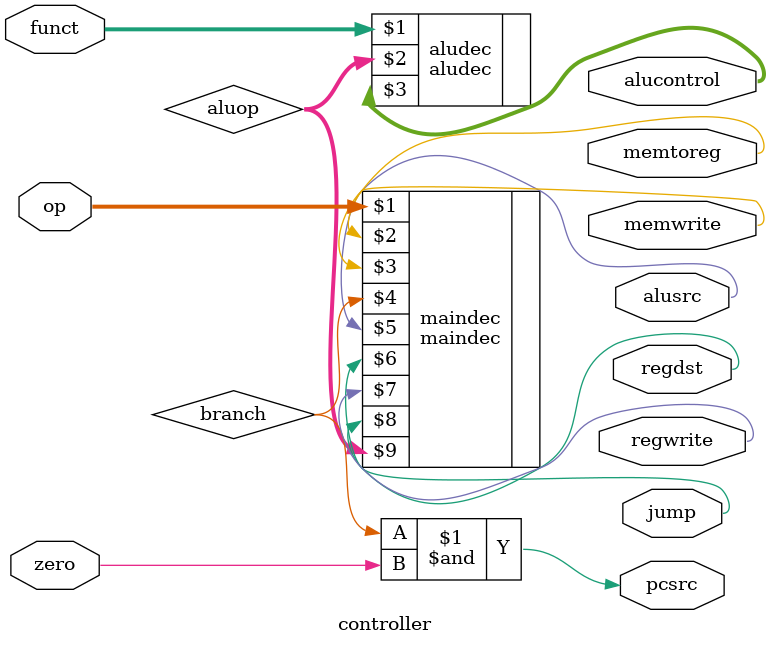
<source format=sv>
`timescale 1ns / 1ps

module controller(
    input   logic [5:0] op, funct,
    input   logic       zero,
    output  logic       memtoreg, memwrite,
    output  logic       pcsrc, alusrc,
    output  logic       regdst, regwrite,
    output  logic       jump,
    output  logic [2:0] alucontrol
);
logic [2:0] aluop;
logic       branch;

maindec maindec(op, memtoreg, memwrite, branch,
     alusrc, regdst, regwrite, jump, aluop);
aludec aludec(funct, aluop, alucontrol);
assign pcsrc = branch & zero;
endmodule
</source>
